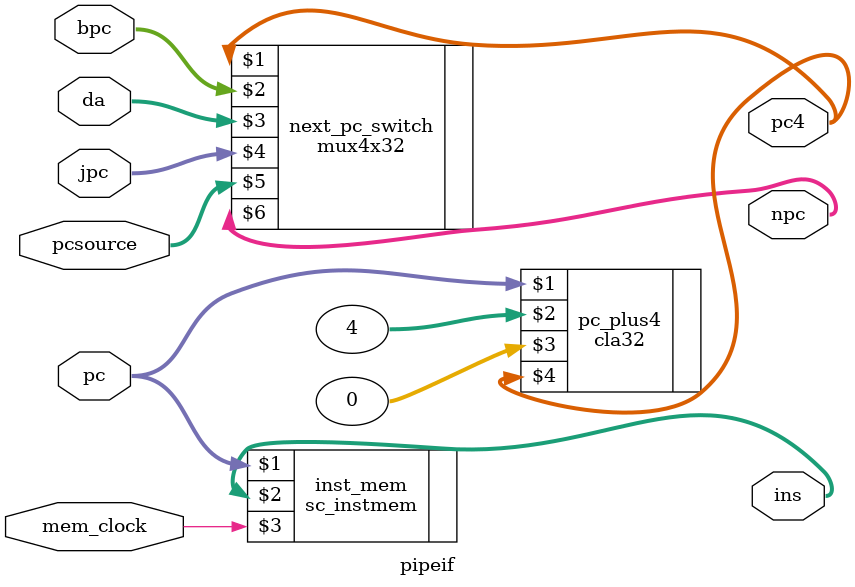
<source format=v>
module pipeif ( pcsource,pc,bpc,da,jpc,npc,pc4,ins,mem_clock ); 
	input mem_clock;
	input [1:0] pcsource;
	input [31:0] pc,bpc,da,jpc;
	output [31:0] npc,pc4,ins;

	cla32 pc_plus4(pc,32'h4,32'h0,pc4);
	mux4x32 next_pc_switch(pc4,bpc,da,jpc,pcsource,npc);
	sc_instmem inst_mem (pc,ins,mem_clock);
endmodule
</source>
